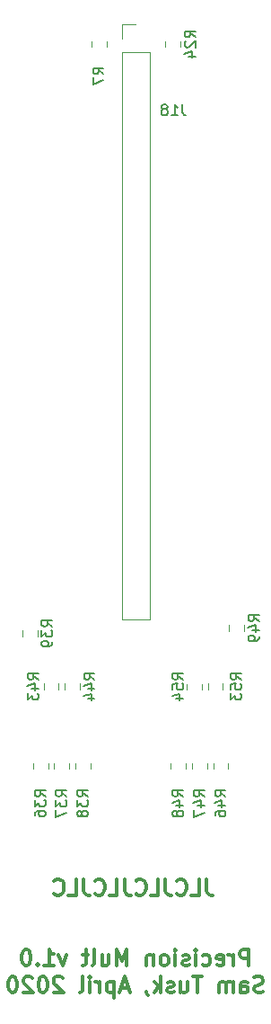
<source format=gbr>
%TF.GenerationSoftware,KiCad,Pcbnew,(5.0.1)-3*%
%TF.CreationDate,2020-04-22T20:28:29+01:00*%
%TF.ProjectId,Front,46726F6E742E6B696361645F70636200,rev?*%
%TF.SameCoordinates,Original*%
%TF.FileFunction,Legend,Bot*%
%TF.FilePolarity,Positive*%
%FSLAX46Y46*%
G04 Gerber Fmt 4.6, Leading zero omitted, Abs format (unit mm)*
G04 Created by KiCad (PCBNEW (5.0.1)-3) date 22/04/2020 20:28:29*
%MOMM*%
%LPD*%
G01*
G04 APERTURE LIST*
%ADD10C,0.300000*%
%ADD11C,0.120000*%
%ADD12C,0.150000*%
G04 APERTURE END LIST*
D10*
X48148571Y-109293571D02*
X48148571Y-107793571D01*
X47577142Y-107793571D01*
X47434285Y-107865000D01*
X47362857Y-107936428D01*
X47291428Y-108079285D01*
X47291428Y-108293571D01*
X47362857Y-108436428D01*
X47434285Y-108507857D01*
X47577142Y-108579285D01*
X48148571Y-108579285D01*
X46648571Y-109293571D02*
X46648571Y-108293571D01*
X46648571Y-108579285D02*
X46577142Y-108436428D01*
X46505714Y-108365000D01*
X46362857Y-108293571D01*
X46220000Y-108293571D01*
X45148571Y-109222142D02*
X45291428Y-109293571D01*
X45577142Y-109293571D01*
X45720000Y-109222142D01*
X45791428Y-109079285D01*
X45791428Y-108507857D01*
X45720000Y-108365000D01*
X45577142Y-108293571D01*
X45291428Y-108293571D01*
X45148571Y-108365000D01*
X45077142Y-108507857D01*
X45077142Y-108650714D01*
X45791428Y-108793571D01*
X43791428Y-109222142D02*
X43934285Y-109293571D01*
X44220000Y-109293571D01*
X44362857Y-109222142D01*
X44434285Y-109150714D01*
X44505714Y-109007857D01*
X44505714Y-108579285D01*
X44434285Y-108436428D01*
X44362857Y-108365000D01*
X44220000Y-108293571D01*
X43934285Y-108293571D01*
X43791428Y-108365000D01*
X43148571Y-109293571D02*
X43148571Y-108293571D01*
X43148571Y-107793571D02*
X43220000Y-107865000D01*
X43148571Y-107936428D01*
X43077142Y-107865000D01*
X43148571Y-107793571D01*
X43148571Y-107936428D01*
X42505714Y-109222142D02*
X42362857Y-109293571D01*
X42077142Y-109293571D01*
X41934285Y-109222142D01*
X41862857Y-109079285D01*
X41862857Y-109007857D01*
X41934285Y-108865000D01*
X42077142Y-108793571D01*
X42291428Y-108793571D01*
X42434285Y-108722142D01*
X42505714Y-108579285D01*
X42505714Y-108507857D01*
X42434285Y-108365000D01*
X42291428Y-108293571D01*
X42077142Y-108293571D01*
X41934285Y-108365000D01*
X41220000Y-109293571D02*
X41220000Y-108293571D01*
X41220000Y-107793571D02*
X41291428Y-107865000D01*
X41220000Y-107936428D01*
X41148571Y-107865000D01*
X41220000Y-107793571D01*
X41220000Y-107936428D01*
X40291428Y-109293571D02*
X40434285Y-109222142D01*
X40505714Y-109150714D01*
X40577142Y-109007857D01*
X40577142Y-108579285D01*
X40505714Y-108436428D01*
X40434285Y-108365000D01*
X40291428Y-108293571D01*
X40077142Y-108293571D01*
X39934285Y-108365000D01*
X39862857Y-108436428D01*
X39791428Y-108579285D01*
X39791428Y-109007857D01*
X39862857Y-109150714D01*
X39934285Y-109222142D01*
X40077142Y-109293571D01*
X40291428Y-109293571D01*
X39148571Y-108293571D02*
X39148571Y-109293571D01*
X39148571Y-108436428D02*
X39077142Y-108365000D01*
X38934285Y-108293571D01*
X38720000Y-108293571D01*
X38577142Y-108365000D01*
X38505714Y-108507857D01*
X38505714Y-109293571D01*
X36648571Y-109293571D02*
X36648571Y-107793571D01*
X36148571Y-108865000D01*
X35648571Y-107793571D01*
X35648571Y-109293571D01*
X34291428Y-108293571D02*
X34291428Y-109293571D01*
X34934285Y-108293571D02*
X34934285Y-109079285D01*
X34862857Y-109222142D01*
X34720000Y-109293571D01*
X34505714Y-109293571D01*
X34362857Y-109222142D01*
X34291428Y-109150714D01*
X33362857Y-109293571D02*
X33505714Y-109222142D01*
X33577142Y-109079285D01*
X33577142Y-107793571D01*
X33005714Y-108293571D02*
X32434285Y-108293571D01*
X32791428Y-107793571D02*
X32791428Y-109079285D01*
X32720000Y-109222142D01*
X32577142Y-109293571D01*
X32434285Y-109293571D01*
X30934285Y-108293571D02*
X30577142Y-109293571D01*
X30219999Y-108293571D01*
X28862857Y-109293571D02*
X29720000Y-109293571D01*
X29291428Y-109293571D02*
X29291428Y-107793571D01*
X29434285Y-108007857D01*
X29577142Y-108150714D01*
X29720000Y-108222142D01*
X28220000Y-109150714D02*
X28148571Y-109222142D01*
X28220000Y-109293571D01*
X28291428Y-109222142D01*
X28220000Y-109150714D01*
X28220000Y-109293571D01*
X27220000Y-107793571D02*
X27077142Y-107793571D01*
X26934285Y-107865000D01*
X26862857Y-107936428D01*
X26791428Y-108079285D01*
X26720000Y-108365000D01*
X26720000Y-108722142D01*
X26791428Y-109007857D01*
X26862857Y-109150714D01*
X26934285Y-109222142D01*
X27077142Y-109293571D01*
X27220000Y-109293571D01*
X27362857Y-109222142D01*
X27434285Y-109150714D01*
X27505714Y-109007857D01*
X27577142Y-108722142D01*
X27577142Y-108365000D01*
X27505714Y-108079285D01*
X27434285Y-107936428D01*
X27362857Y-107865000D01*
X27220000Y-107793571D01*
X49505714Y-111772142D02*
X49291428Y-111843571D01*
X48934285Y-111843571D01*
X48791428Y-111772142D01*
X48720000Y-111700714D01*
X48648571Y-111557857D01*
X48648571Y-111415000D01*
X48720000Y-111272142D01*
X48791428Y-111200714D01*
X48934285Y-111129285D01*
X49220000Y-111057857D01*
X49362857Y-110986428D01*
X49434285Y-110915000D01*
X49505714Y-110772142D01*
X49505714Y-110629285D01*
X49434285Y-110486428D01*
X49362857Y-110415000D01*
X49220000Y-110343571D01*
X48862857Y-110343571D01*
X48648571Y-110415000D01*
X47362857Y-111843571D02*
X47362857Y-111057857D01*
X47434285Y-110915000D01*
X47577142Y-110843571D01*
X47862857Y-110843571D01*
X48005714Y-110915000D01*
X47362857Y-111772142D02*
X47505714Y-111843571D01*
X47862857Y-111843571D01*
X48005714Y-111772142D01*
X48077142Y-111629285D01*
X48077142Y-111486428D01*
X48005714Y-111343571D01*
X47862857Y-111272142D01*
X47505714Y-111272142D01*
X47362857Y-111200714D01*
X46648571Y-111843571D02*
X46648571Y-110843571D01*
X46648571Y-110986428D02*
X46577142Y-110915000D01*
X46434285Y-110843571D01*
X46220000Y-110843571D01*
X46077142Y-110915000D01*
X46005714Y-111057857D01*
X46005714Y-111843571D01*
X46005714Y-111057857D02*
X45934285Y-110915000D01*
X45791428Y-110843571D01*
X45577142Y-110843571D01*
X45434285Y-110915000D01*
X45362857Y-111057857D01*
X45362857Y-111843571D01*
X43720000Y-110343571D02*
X42862857Y-110343571D01*
X43291428Y-111843571D02*
X43291428Y-110343571D01*
X41720000Y-110843571D02*
X41720000Y-111843571D01*
X42362857Y-110843571D02*
X42362857Y-111629285D01*
X42291428Y-111772142D01*
X42148571Y-111843571D01*
X41934285Y-111843571D01*
X41791428Y-111772142D01*
X41720000Y-111700714D01*
X41077142Y-111772142D02*
X40934285Y-111843571D01*
X40648571Y-111843571D01*
X40505714Y-111772142D01*
X40434285Y-111629285D01*
X40434285Y-111557857D01*
X40505714Y-111415000D01*
X40648571Y-111343571D01*
X40862857Y-111343571D01*
X41005714Y-111272142D01*
X41077142Y-111129285D01*
X41077142Y-111057857D01*
X41005714Y-110915000D01*
X40862857Y-110843571D01*
X40648571Y-110843571D01*
X40505714Y-110915000D01*
X39791428Y-111843571D02*
X39791428Y-110343571D01*
X39648571Y-111272142D02*
X39220000Y-111843571D01*
X39220000Y-110843571D02*
X39791428Y-111415000D01*
X38505714Y-111772142D02*
X38505714Y-111843571D01*
X38577142Y-111986428D01*
X38648571Y-112057857D01*
X36791428Y-111415000D02*
X36077142Y-111415000D01*
X36934285Y-111843571D02*
X36434285Y-110343571D01*
X35934285Y-111843571D01*
X35434285Y-110843571D02*
X35434285Y-112343571D01*
X35434285Y-110915000D02*
X35291428Y-110843571D01*
X35005714Y-110843571D01*
X34862857Y-110915000D01*
X34791428Y-110986428D01*
X34720000Y-111129285D01*
X34720000Y-111557857D01*
X34791428Y-111700714D01*
X34862857Y-111772142D01*
X35005714Y-111843571D01*
X35291428Y-111843571D01*
X35434285Y-111772142D01*
X34077142Y-111843571D02*
X34077142Y-110843571D01*
X34077142Y-111129285D02*
X34005714Y-110986428D01*
X33934285Y-110915000D01*
X33791428Y-110843571D01*
X33648571Y-110843571D01*
X33148571Y-111843571D02*
X33148571Y-110843571D01*
X33148571Y-110343571D02*
X33220000Y-110415000D01*
X33148571Y-110486428D01*
X33077142Y-110415000D01*
X33148571Y-110343571D01*
X33148571Y-110486428D01*
X32220000Y-111843571D02*
X32362857Y-111772142D01*
X32434285Y-111629285D01*
X32434285Y-110343571D01*
X30577142Y-110486428D02*
X30505714Y-110415000D01*
X30362857Y-110343571D01*
X30005714Y-110343571D01*
X29862857Y-110415000D01*
X29791428Y-110486428D01*
X29720000Y-110629285D01*
X29720000Y-110772142D01*
X29791428Y-110986428D01*
X30648571Y-111843571D01*
X29720000Y-111843571D01*
X28791428Y-110343571D02*
X28648571Y-110343571D01*
X28505714Y-110415000D01*
X28434285Y-110486428D01*
X28362857Y-110629285D01*
X28291428Y-110915000D01*
X28291428Y-111272142D01*
X28362857Y-111557857D01*
X28434285Y-111700714D01*
X28505714Y-111772142D01*
X28648571Y-111843571D01*
X28791428Y-111843571D01*
X28934285Y-111772142D01*
X29005714Y-111700714D01*
X29077142Y-111557857D01*
X29148571Y-111272142D01*
X29148571Y-110915000D01*
X29077142Y-110629285D01*
X29005714Y-110486428D01*
X28934285Y-110415000D01*
X28791428Y-110343571D01*
X27720000Y-110486428D02*
X27648571Y-110415000D01*
X27505714Y-110343571D01*
X27148571Y-110343571D01*
X27005714Y-110415000D01*
X26934285Y-110486428D01*
X26862857Y-110629285D01*
X26862857Y-110772142D01*
X26934285Y-110986428D01*
X27791428Y-111843571D01*
X26862857Y-111843571D01*
X25934285Y-110343571D02*
X25791428Y-110343571D01*
X25648571Y-110415000D01*
X25577142Y-110486428D01*
X25505714Y-110629285D01*
X25434285Y-110915000D01*
X25434285Y-111272142D01*
X25505714Y-111557857D01*
X25577142Y-111700714D01*
X25648571Y-111772142D01*
X25791428Y-111843571D01*
X25934285Y-111843571D01*
X26077142Y-111772142D01*
X26148571Y-111700714D01*
X26220000Y-111557857D01*
X26291428Y-111272142D01*
X26291428Y-110915000D01*
X26220000Y-110629285D01*
X26148571Y-110486428D01*
X26077142Y-110415000D01*
X25934285Y-110343571D01*
X44148571Y-101148571D02*
X44148571Y-102220000D01*
X44220000Y-102434285D01*
X44362857Y-102577142D01*
X44577142Y-102648571D01*
X44720000Y-102648571D01*
X42720000Y-102648571D02*
X43434285Y-102648571D01*
X43434285Y-101148571D01*
X41362857Y-102505714D02*
X41434285Y-102577142D01*
X41648571Y-102648571D01*
X41791428Y-102648571D01*
X42005714Y-102577142D01*
X42148571Y-102434285D01*
X42220000Y-102291428D01*
X42291428Y-102005714D01*
X42291428Y-101791428D01*
X42220000Y-101505714D01*
X42148571Y-101362857D01*
X42005714Y-101220000D01*
X41791428Y-101148571D01*
X41648571Y-101148571D01*
X41434285Y-101220000D01*
X41362857Y-101291428D01*
X40291428Y-101148571D02*
X40291428Y-102220000D01*
X40362857Y-102434285D01*
X40505714Y-102577142D01*
X40720000Y-102648571D01*
X40862857Y-102648571D01*
X38862857Y-102648571D02*
X39577142Y-102648571D01*
X39577142Y-101148571D01*
X37505714Y-102505714D02*
X37577142Y-102577142D01*
X37791428Y-102648571D01*
X37934285Y-102648571D01*
X38148571Y-102577142D01*
X38291428Y-102434285D01*
X38362857Y-102291428D01*
X38434285Y-102005714D01*
X38434285Y-101791428D01*
X38362857Y-101505714D01*
X38291428Y-101362857D01*
X38148571Y-101220000D01*
X37934285Y-101148571D01*
X37791428Y-101148571D01*
X37577142Y-101220000D01*
X37505714Y-101291428D01*
X36434285Y-101148571D02*
X36434285Y-102220000D01*
X36505714Y-102434285D01*
X36648571Y-102577142D01*
X36862857Y-102648571D01*
X37005714Y-102648571D01*
X35005714Y-102648571D02*
X35720000Y-102648571D01*
X35720000Y-101148571D01*
X33648571Y-102505714D02*
X33720000Y-102577142D01*
X33934285Y-102648571D01*
X34077142Y-102648571D01*
X34291428Y-102577142D01*
X34434285Y-102434285D01*
X34505714Y-102291428D01*
X34577142Y-102005714D01*
X34577142Y-101791428D01*
X34505714Y-101505714D01*
X34434285Y-101362857D01*
X34291428Y-101220000D01*
X34077142Y-101148571D01*
X33934285Y-101148571D01*
X33720000Y-101220000D01*
X33648571Y-101291428D01*
X32577142Y-101148571D02*
X32577142Y-102220000D01*
X32648571Y-102434285D01*
X32791428Y-102577142D01*
X33005714Y-102648571D01*
X33148571Y-102648571D01*
X31148571Y-102648571D02*
X31862857Y-102648571D01*
X31862857Y-101148571D01*
X29791428Y-102505714D02*
X29862857Y-102577142D01*
X30077142Y-102648571D01*
X30220000Y-102648571D01*
X30434285Y-102577142D01*
X30577142Y-102434285D01*
X30648571Y-102291428D01*
X30720000Y-102005714D01*
X30720000Y-101791428D01*
X30648571Y-101505714D01*
X30577142Y-101362857D01*
X30434285Y-101220000D01*
X30220000Y-101148571D01*
X30077142Y-101148571D01*
X29862857Y-101220000D01*
X29791428Y-101291428D01*
D11*
X38830000Y-23270000D02*
X36170000Y-23270000D01*
X38830000Y-23270000D02*
X38830000Y-76670000D01*
X38830000Y-76670000D02*
X36170000Y-76670000D01*
X36170000Y-23270000D02*
X36170000Y-76670000D01*
X36170000Y-20670000D02*
X36170000Y-22000000D01*
X37500000Y-20670000D02*
X36170000Y-20670000D01*
X34710000Y-22761252D02*
X34710000Y-22238748D01*
X33290000Y-22761252D02*
X33290000Y-22238748D01*
X40290000Y-22761252D02*
X40290000Y-22238748D01*
X41710000Y-22761252D02*
X41710000Y-22238748D01*
X27790000Y-90736252D02*
X27790000Y-90213748D01*
X29210000Y-90736252D02*
X29210000Y-90213748D01*
X31210000Y-90761252D02*
X31210000Y-90238748D01*
X29790000Y-90761252D02*
X29790000Y-90238748D01*
X31790000Y-90761252D02*
X31790000Y-90238748D01*
X33210000Y-90761252D02*
X33210000Y-90238748D01*
X28210000Y-78261252D02*
X28210000Y-77738748D01*
X26790000Y-78261252D02*
X26790000Y-77738748D01*
X30210000Y-82738748D02*
X30210000Y-83261252D01*
X28790000Y-82738748D02*
X28790000Y-83261252D01*
X30790000Y-83261252D02*
X30790000Y-82738748D01*
X32210000Y-83261252D02*
X32210000Y-82738748D01*
X46210000Y-90761252D02*
X46210000Y-90238748D01*
X44790000Y-90761252D02*
X44790000Y-90238748D01*
X42790000Y-90761252D02*
X42790000Y-90238748D01*
X44210000Y-90761252D02*
X44210000Y-90238748D01*
X42210000Y-90761252D02*
X42210000Y-90238748D01*
X40790000Y-90761252D02*
X40790000Y-90238748D01*
X46290000Y-77761252D02*
X46290000Y-77238748D01*
X47710000Y-77761252D02*
X47710000Y-77238748D01*
X45710000Y-82738748D02*
X45710000Y-83261252D01*
X44290000Y-82738748D02*
X44290000Y-83261252D01*
X43710000Y-83286252D02*
X43710000Y-82763748D01*
X42290000Y-83286252D02*
X42290000Y-82763748D01*
D12*
X41859523Y-28202380D02*
X41859523Y-28916666D01*
X41907142Y-29059523D01*
X42002380Y-29154761D01*
X42145238Y-29202380D01*
X42240476Y-29202380D01*
X40859523Y-29202380D02*
X41430952Y-29202380D01*
X41145238Y-29202380D02*
X41145238Y-28202380D01*
X41240476Y-28345238D01*
X41335714Y-28440476D01*
X41430952Y-28488095D01*
X40288095Y-28630952D02*
X40383333Y-28583333D01*
X40430952Y-28535714D01*
X40478571Y-28440476D01*
X40478571Y-28392857D01*
X40430952Y-28297619D01*
X40383333Y-28250000D01*
X40288095Y-28202380D01*
X40097619Y-28202380D01*
X40002380Y-28250000D01*
X39954761Y-28297619D01*
X39907142Y-28392857D01*
X39907142Y-28440476D01*
X39954761Y-28535714D01*
X40002380Y-28583333D01*
X40097619Y-28630952D01*
X40288095Y-28630952D01*
X40383333Y-28678571D01*
X40430952Y-28726190D01*
X40478571Y-28821428D01*
X40478571Y-29011904D01*
X40430952Y-29107142D01*
X40383333Y-29154761D01*
X40288095Y-29202380D01*
X40097619Y-29202380D01*
X40002380Y-29154761D01*
X39954761Y-29107142D01*
X39907142Y-29011904D01*
X39907142Y-28821428D01*
X39954761Y-28726190D01*
X40002380Y-28678571D01*
X40097619Y-28630952D01*
X34452380Y-25333333D02*
X33976190Y-25000000D01*
X34452380Y-24761904D02*
X33452380Y-24761904D01*
X33452380Y-25142857D01*
X33500000Y-25238095D01*
X33547619Y-25285714D01*
X33642857Y-25333333D01*
X33785714Y-25333333D01*
X33880952Y-25285714D01*
X33928571Y-25238095D01*
X33976190Y-25142857D01*
X33976190Y-24761904D01*
X33452380Y-25666666D02*
X33452380Y-26333333D01*
X34452380Y-25904761D01*
X43102380Y-21857142D02*
X42626190Y-21523809D01*
X43102380Y-21285714D02*
X42102380Y-21285714D01*
X42102380Y-21666666D01*
X42150000Y-21761904D01*
X42197619Y-21809523D01*
X42292857Y-21857142D01*
X42435714Y-21857142D01*
X42530952Y-21809523D01*
X42578571Y-21761904D01*
X42626190Y-21666666D01*
X42626190Y-21285714D01*
X42197619Y-22238095D02*
X42150000Y-22285714D01*
X42102380Y-22380952D01*
X42102380Y-22619047D01*
X42150000Y-22714285D01*
X42197619Y-22761904D01*
X42292857Y-22809523D01*
X42388095Y-22809523D01*
X42530952Y-22761904D01*
X43102380Y-22190476D01*
X43102380Y-22809523D01*
X42435714Y-23666666D02*
X43102380Y-23666666D01*
X42054761Y-23428571D02*
X42769047Y-23190476D01*
X42769047Y-23809523D01*
X28952380Y-93357142D02*
X28476190Y-93023809D01*
X28952380Y-92785714D02*
X27952380Y-92785714D01*
X27952380Y-93166666D01*
X28000000Y-93261904D01*
X28047619Y-93309523D01*
X28142857Y-93357142D01*
X28285714Y-93357142D01*
X28380952Y-93309523D01*
X28428571Y-93261904D01*
X28476190Y-93166666D01*
X28476190Y-92785714D01*
X27952380Y-93690476D02*
X27952380Y-94309523D01*
X28333333Y-93976190D01*
X28333333Y-94119047D01*
X28380952Y-94214285D01*
X28428571Y-94261904D01*
X28523809Y-94309523D01*
X28761904Y-94309523D01*
X28857142Y-94261904D01*
X28904761Y-94214285D01*
X28952380Y-94119047D01*
X28952380Y-93833333D01*
X28904761Y-93738095D01*
X28857142Y-93690476D01*
X27952380Y-95166666D02*
X27952380Y-94976190D01*
X28000000Y-94880952D01*
X28047619Y-94833333D01*
X28190476Y-94738095D01*
X28380952Y-94690476D01*
X28761904Y-94690476D01*
X28857142Y-94738095D01*
X28904761Y-94785714D01*
X28952380Y-94880952D01*
X28952380Y-95071428D01*
X28904761Y-95166666D01*
X28857142Y-95214285D01*
X28761904Y-95261904D01*
X28523809Y-95261904D01*
X28428571Y-95214285D01*
X28380952Y-95166666D01*
X28333333Y-95071428D01*
X28333333Y-94880952D01*
X28380952Y-94785714D01*
X28428571Y-94738095D01*
X28523809Y-94690476D01*
X30952380Y-93357142D02*
X30476190Y-93023809D01*
X30952380Y-92785714D02*
X29952380Y-92785714D01*
X29952380Y-93166666D01*
X30000000Y-93261904D01*
X30047619Y-93309523D01*
X30142857Y-93357142D01*
X30285714Y-93357142D01*
X30380952Y-93309523D01*
X30428571Y-93261904D01*
X30476190Y-93166666D01*
X30476190Y-92785714D01*
X29952380Y-93690476D02*
X29952380Y-94309523D01*
X30333333Y-93976190D01*
X30333333Y-94119047D01*
X30380952Y-94214285D01*
X30428571Y-94261904D01*
X30523809Y-94309523D01*
X30761904Y-94309523D01*
X30857142Y-94261904D01*
X30904761Y-94214285D01*
X30952380Y-94119047D01*
X30952380Y-93833333D01*
X30904761Y-93738095D01*
X30857142Y-93690476D01*
X29952380Y-94642857D02*
X29952380Y-95309523D01*
X30952380Y-94880952D01*
X32952380Y-93357142D02*
X32476190Y-93023809D01*
X32952380Y-92785714D02*
X31952380Y-92785714D01*
X31952380Y-93166666D01*
X32000000Y-93261904D01*
X32047619Y-93309523D01*
X32142857Y-93357142D01*
X32285714Y-93357142D01*
X32380952Y-93309523D01*
X32428571Y-93261904D01*
X32476190Y-93166666D01*
X32476190Y-92785714D01*
X31952380Y-93690476D02*
X31952380Y-94309523D01*
X32333333Y-93976190D01*
X32333333Y-94119047D01*
X32380952Y-94214285D01*
X32428571Y-94261904D01*
X32523809Y-94309523D01*
X32761904Y-94309523D01*
X32857142Y-94261904D01*
X32904761Y-94214285D01*
X32952380Y-94119047D01*
X32952380Y-93833333D01*
X32904761Y-93738095D01*
X32857142Y-93690476D01*
X32380952Y-94880952D02*
X32333333Y-94785714D01*
X32285714Y-94738095D01*
X32190476Y-94690476D01*
X32142857Y-94690476D01*
X32047619Y-94738095D01*
X32000000Y-94785714D01*
X31952380Y-94880952D01*
X31952380Y-95071428D01*
X32000000Y-95166666D01*
X32047619Y-95214285D01*
X32142857Y-95261904D01*
X32190476Y-95261904D01*
X32285714Y-95214285D01*
X32333333Y-95166666D01*
X32380952Y-95071428D01*
X32380952Y-94880952D01*
X32428571Y-94785714D01*
X32476190Y-94738095D01*
X32571428Y-94690476D01*
X32761904Y-94690476D01*
X32857142Y-94738095D01*
X32904761Y-94785714D01*
X32952380Y-94880952D01*
X32952380Y-95071428D01*
X32904761Y-95166666D01*
X32857142Y-95214285D01*
X32761904Y-95261904D01*
X32571428Y-95261904D01*
X32476190Y-95214285D01*
X32428571Y-95166666D01*
X32380952Y-95071428D01*
X29602380Y-77357142D02*
X29126190Y-77023809D01*
X29602380Y-76785714D02*
X28602380Y-76785714D01*
X28602380Y-77166666D01*
X28650000Y-77261904D01*
X28697619Y-77309523D01*
X28792857Y-77357142D01*
X28935714Y-77357142D01*
X29030952Y-77309523D01*
X29078571Y-77261904D01*
X29126190Y-77166666D01*
X29126190Y-76785714D01*
X28602380Y-77690476D02*
X28602380Y-78309523D01*
X28983333Y-77976190D01*
X28983333Y-78119047D01*
X29030952Y-78214285D01*
X29078571Y-78261904D01*
X29173809Y-78309523D01*
X29411904Y-78309523D01*
X29507142Y-78261904D01*
X29554761Y-78214285D01*
X29602380Y-78119047D01*
X29602380Y-77833333D01*
X29554761Y-77738095D01*
X29507142Y-77690476D01*
X29602380Y-78785714D02*
X29602380Y-78976190D01*
X29554761Y-79071428D01*
X29507142Y-79119047D01*
X29364285Y-79214285D01*
X29173809Y-79261904D01*
X28792857Y-79261904D01*
X28697619Y-79214285D01*
X28650000Y-79166666D01*
X28602380Y-79071428D01*
X28602380Y-78880952D01*
X28650000Y-78785714D01*
X28697619Y-78738095D01*
X28792857Y-78690476D01*
X29030952Y-78690476D01*
X29126190Y-78738095D01*
X29173809Y-78785714D01*
X29221428Y-78880952D01*
X29221428Y-79071428D01*
X29173809Y-79166666D01*
X29126190Y-79214285D01*
X29030952Y-79261904D01*
X28302380Y-82357142D02*
X27826190Y-82023809D01*
X28302380Y-81785714D02*
X27302380Y-81785714D01*
X27302380Y-82166666D01*
X27350000Y-82261904D01*
X27397619Y-82309523D01*
X27492857Y-82357142D01*
X27635714Y-82357142D01*
X27730952Y-82309523D01*
X27778571Y-82261904D01*
X27826190Y-82166666D01*
X27826190Y-81785714D01*
X27635714Y-83214285D02*
X28302380Y-83214285D01*
X27254761Y-82976190D02*
X27969047Y-82738095D01*
X27969047Y-83357142D01*
X27302380Y-83642857D02*
X27302380Y-84261904D01*
X27683333Y-83928571D01*
X27683333Y-84071428D01*
X27730952Y-84166666D01*
X27778571Y-84214285D01*
X27873809Y-84261904D01*
X28111904Y-84261904D01*
X28207142Y-84214285D01*
X28254761Y-84166666D01*
X28302380Y-84071428D01*
X28302380Y-83785714D01*
X28254761Y-83690476D01*
X28207142Y-83642857D01*
X33602380Y-82357142D02*
X33126190Y-82023809D01*
X33602380Y-81785714D02*
X32602380Y-81785714D01*
X32602380Y-82166666D01*
X32650000Y-82261904D01*
X32697619Y-82309523D01*
X32792857Y-82357142D01*
X32935714Y-82357142D01*
X33030952Y-82309523D01*
X33078571Y-82261904D01*
X33126190Y-82166666D01*
X33126190Y-81785714D01*
X32935714Y-83214285D02*
X33602380Y-83214285D01*
X32554761Y-82976190D02*
X33269047Y-82738095D01*
X33269047Y-83357142D01*
X32935714Y-84166666D02*
X33602380Y-84166666D01*
X32554761Y-83928571D02*
X33269047Y-83690476D01*
X33269047Y-84309523D01*
X45952380Y-93357142D02*
X45476190Y-93023809D01*
X45952380Y-92785714D02*
X44952380Y-92785714D01*
X44952380Y-93166666D01*
X45000000Y-93261904D01*
X45047619Y-93309523D01*
X45142857Y-93357142D01*
X45285714Y-93357142D01*
X45380952Y-93309523D01*
X45428571Y-93261904D01*
X45476190Y-93166666D01*
X45476190Y-92785714D01*
X45285714Y-94214285D02*
X45952380Y-94214285D01*
X44904761Y-93976190D02*
X45619047Y-93738095D01*
X45619047Y-94357142D01*
X44952380Y-95166666D02*
X44952380Y-94976190D01*
X45000000Y-94880952D01*
X45047619Y-94833333D01*
X45190476Y-94738095D01*
X45380952Y-94690476D01*
X45761904Y-94690476D01*
X45857142Y-94738095D01*
X45904761Y-94785714D01*
X45952380Y-94880952D01*
X45952380Y-95071428D01*
X45904761Y-95166666D01*
X45857142Y-95214285D01*
X45761904Y-95261904D01*
X45523809Y-95261904D01*
X45428571Y-95214285D01*
X45380952Y-95166666D01*
X45333333Y-95071428D01*
X45333333Y-94880952D01*
X45380952Y-94785714D01*
X45428571Y-94738095D01*
X45523809Y-94690476D01*
X43952380Y-93357142D02*
X43476190Y-93023809D01*
X43952380Y-92785714D02*
X42952380Y-92785714D01*
X42952380Y-93166666D01*
X43000000Y-93261904D01*
X43047619Y-93309523D01*
X43142857Y-93357142D01*
X43285714Y-93357142D01*
X43380952Y-93309523D01*
X43428571Y-93261904D01*
X43476190Y-93166666D01*
X43476190Y-92785714D01*
X43285714Y-94214285D02*
X43952380Y-94214285D01*
X42904761Y-93976190D02*
X43619047Y-93738095D01*
X43619047Y-94357142D01*
X42952380Y-94642857D02*
X42952380Y-95309523D01*
X43952380Y-94880952D01*
X41952380Y-93357142D02*
X41476190Y-93023809D01*
X41952380Y-92785714D02*
X40952380Y-92785714D01*
X40952380Y-93166666D01*
X41000000Y-93261904D01*
X41047619Y-93309523D01*
X41142857Y-93357142D01*
X41285714Y-93357142D01*
X41380952Y-93309523D01*
X41428571Y-93261904D01*
X41476190Y-93166666D01*
X41476190Y-92785714D01*
X41285714Y-94214285D02*
X41952380Y-94214285D01*
X40904761Y-93976190D02*
X41619047Y-93738095D01*
X41619047Y-94357142D01*
X41380952Y-94880952D02*
X41333333Y-94785714D01*
X41285714Y-94738095D01*
X41190476Y-94690476D01*
X41142857Y-94690476D01*
X41047619Y-94738095D01*
X41000000Y-94785714D01*
X40952380Y-94880952D01*
X40952380Y-95071428D01*
X41000000Y-95166666D01*
X41047619Y-95214285D01*
X41142857Y-95261904D01*
X41190476Y-95261904D01*
X41285714Y-95214285D01*
X41333333Y-95166666D01*
X41380952Y-95071428D01*
X41380952Y-94880952D01*
X41428571Y-94785714D01*
X41476190Y-94738095D01*
X41571428Y-94690476D01*
X41761904Y-94690476D01*
X41857142Y-94738095D01*
X41904761Y-94785714D01*
X41952380Y-94880952D01*
X41952380Y-95071428D01*
X41904761Y-95166666D01*
X41857142Y-95214285D01*
X41761904Y-95261904D01*
X41571428Y-95261904D01*
X41476190Y-95214285D01*
X41428571Y-95166666D01*
X41380952Y-95071428D01*
X49102380Y-76857142D02*
X48626190Y-76523809D01*
X49102380Y-76285714D02*
X48102380Y-76285714D01*
X48102380Y-76666666D01*
X48150000Y-76761904D01*
X48197619Y-76809523D01*
X48292857Y-76857142D01*
X48435714Y-76857142D01*
X48530952Y-76809523D01*
X48578571Y-76761904D01*
X48626190Y-76666666D01*
X48626190Y-76285714D01*
X48435714Y-77714285D02*
X49102380Y-77714285D01*
X48054761Y-77476190D02*
X48769047Y-77238095D01*
X48769047Y-77857142D01*
X49102380Y-78285714D02*
X49102380Y-78476190D01*
X49054761Y-78571428D01*
X49007142Y-78619047D01*
X48864285Y-78714285D01*
X48673809Y-78761904D01*
X48292857Y-78761904D01*
X48197619Y-78714285D01*
X48150000Y-78666666D01*
X48102380Y-78571428D01*
X48102380Y-78380952D01*
X48150000Y-78285714D01*
X48197619Y-78238095D01*
X48292857Y-78190476D01*
X48530952Y-78190476D01*
X48626190Y-78238095D01*
X48673809Y-78285714D01*
X48721428Y-78380952D01*
X48721428Y-78571428D01*
X48673809Y-78666666D01*
X48626190Y-78714285D01*
X48530952Y-78761904D01*
X47452380Y-82357142D02*
X46976190Y-82023809D01*
X47452380Y-81785714D02*
X46452380Y-81785714D01*
X46452380Y-82166666D01*
X46500000Y-82261904D01*
X46547619Y-82309523D01*
X46642857Y-82357142D01*
X46785714Y-82357142D01*
X46880952Y-82309523D01*
X46928571Y-82261904D01*
X46976190Y-82166666D01*
X46976190Y-81785714D01*
X46452380Y-83261904D02*
X46452380Y-82785714D01*
X46928571Y-82738095D01*
X46880952Y-82785714D01*
X46833333Y-82880952D01*
X46833333Y-83119047D01*
X46880952Y-83214285D01*
X46928571Y-83261904D01*
X47023809Y-83309523D01*
X47261904Y-83309523D01*
X47357142Y-83261904D01*
X47404761Y-83214285D01*
X47452380Y-83119047D01*
X47452380Y-82880952D01*
X47404761Y-82785714D01*
X47357142Y-82738095D01*
X46452380Y-83642857D02*
X46452380Y-84261904D01*
X46833333Y-83928571D01*
X46833333Y-84071428D01*
X46880952Y-84166666D01*
X46928571Y-84214285D01*
X47023809Y-84261904D01*
X47261904Y-84261904D01*
X47357142Y-84214285D01*
X47404761Y-84166666D01*
X47452380Y-84071428D01*
X47452380Y-83785714D01*
X47404761Y-83690476D01*
X47357142Y-83642857D01*
X41952380Y-82357142D02*
X41476190Y-82023809D01*
X41952380Y-81785714D02*
X40952380Y-81785714D01*
X40952380Y-82166666D01*
X41000000Y-82261904D01*
X41047619Y-82309523D01*
X41142857Y-82357142D01*
X41285714Y-82357142D01*
X41380952Y-82309523D01*
X41428571Y-82261904D01*
X41476190Y-82166666D01*
X41476190Y-81785714D01*
X40952380Y-83261904D02*
X40952380Y-82785714D01*
X41428571Y-82738095D01*
X41380952Y-82785714D01*
X41333333Y-82880952D01*
X41333333Y-83119047D01*
X41380952Y-83214285D01*
X41428571Y-83261904D01*
X41523809Y-83309523D01*
X41761904Y-83309523D01*
X41857142Y-83261904D01*
X41904761Y-83214285D01*
X41952380Y-83119047D01*
X41952380Y-82880952D01*
X41904761Y-82785714D01*
X41857142Y-82738095D01*
X41285714Y-84166666D02*
X41952380Y-84166666D01*
X40904761Y-83928571D02*
X41619047Y-83690476D01*
X41619047Y-84309523D01*
M02*

</source>
